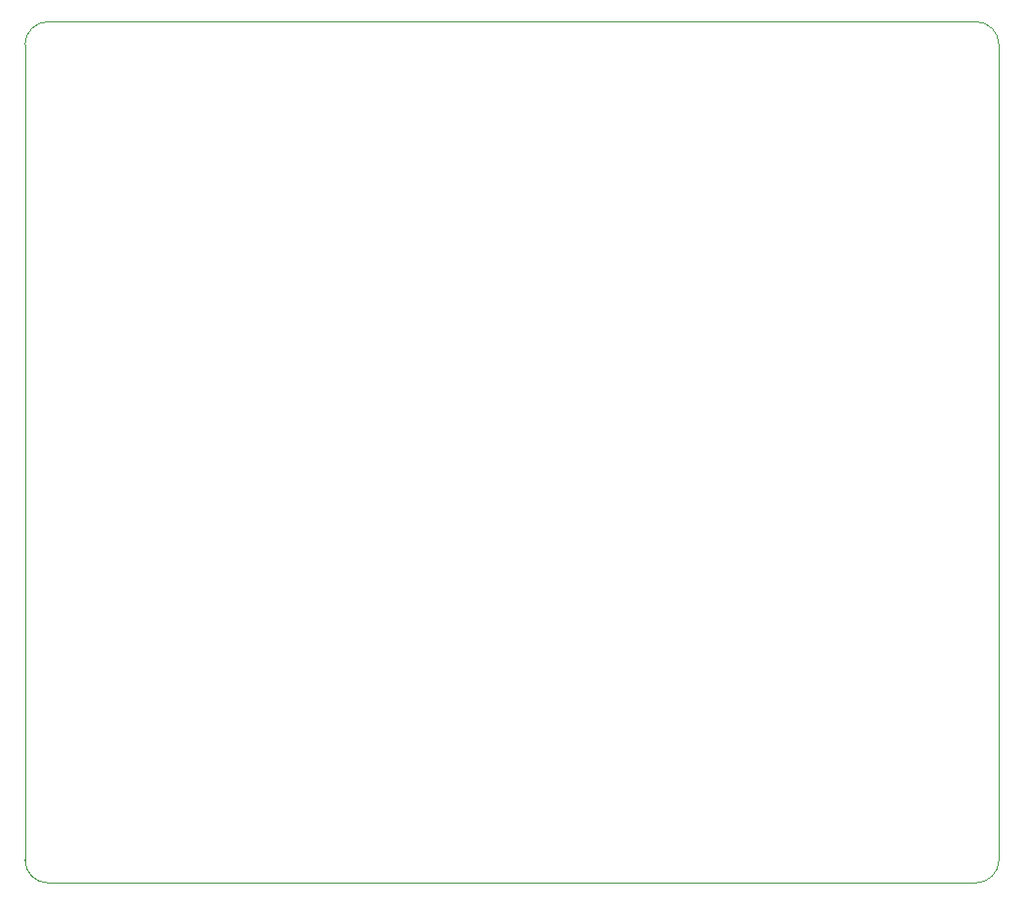
<source format=gbr>
%TF.GenerationSoftware,KiCad,Pcbnew,8.0.1*%
%TF.CreationDate,2024-08-13T20:03:31+03:00*%
%TF.ProjectId,Nodes,4e6f6465-732e-46b6-9963-61645f706362,rev?*%
%TF.SameCoordinates,Original*%
%TF.FileFunction,Profile,NP*%
%FSLAX46Y46*%
G04 Gerber Fmt 4.6, Leading zero omitted, Abs format (unit mm)*
G04 Created by KiCad (PCBNEW 8.0.1) date 2024-08-13 20:03:31*
%MOMM*%
%LPD*%
G01*
G04 APERTURE LIST*
%TA.AperFunction,Profile*%
%ADD10C,0.100000*%
%TD*%
G04 APERTURE END LIST*
D10*
X183300000Y-140500000D02*
G75*
G02*
X181300000Y-142500000I-2000000J0D01*
G01*
X181300000Y-142500000D02*
X100500000Y-142500000D01*
X181300000Y-67500000D02*
G75*
G02*
X183300000Y-69500000I0J-2000000D01*
G01*
X100500000Y-142500000D02*
G75*
G02*
X98500000Y-140500000I0J2000000D01*
G01*
X98500000Y-140500000D02*
X98500000Y-69500000D01*
X100500000Y-67500000D02*
X181300000Y-67500000D01*
X98500000Y-69500000D02*
G75*
G02*
X100500000Y-67500000I2000000J0D01*
G01*
X183300000Y-69500000D02*
X183300000Y-140500000D01*
M02*

</source>
